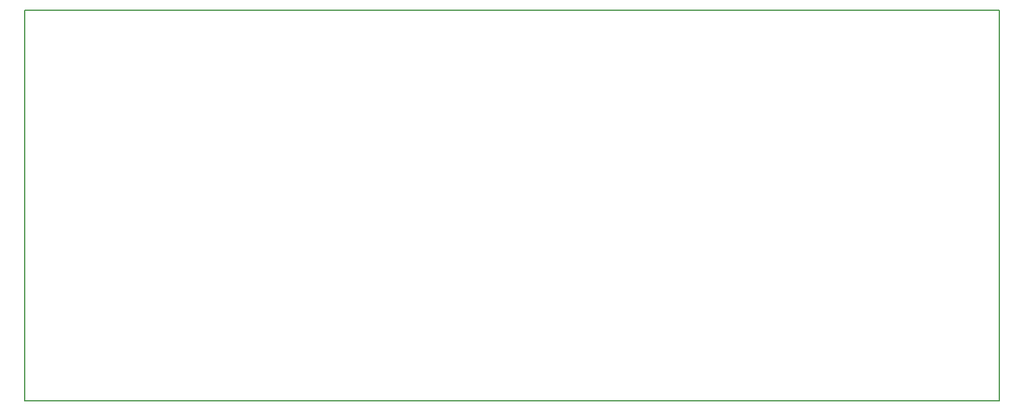
<source format=gbr>
G04 #@! TF.GenerationSoftware,KiCad,Pcbnew,(5.0.2)-1*
G04 #@! TF.CreationDate,2019-03-21T22:25:16+02:00*
G04 #@! TF.ProjectId,AVB switch with Can gateway,41564220-7377-4697-9463-682077697468,v01*
G04 #@! TF.SameCoordinates,Original*
G04 #@! TF.FileFunction,Profile,NP*
%FSLAX46Y46*%
G04 Gerber Fmt 4.6, Leading zero omitted, Abs format (unit mm)*
G04 Created by KiCad (PCBNEW (5.0.2)-1) date 3/21/2019 10:25:16 PM*
%MOMM*%
%LPD*%
G01*
G04 APERTURE LIST*
%ADD10C,0.150000*%
G04 APERTURE END LIST*
D10*
X95000000Y-45000000D02*
X95000000Y-100000000D01*
X232000000Y-45000000D02*
X232000000Y-100000000D01*
X95000000Y-45000000D02*
X232000000Y-45000000D01*
X95000000Y-100000000D02*
X232000000Y-100000000D01*
M02*

</source>
